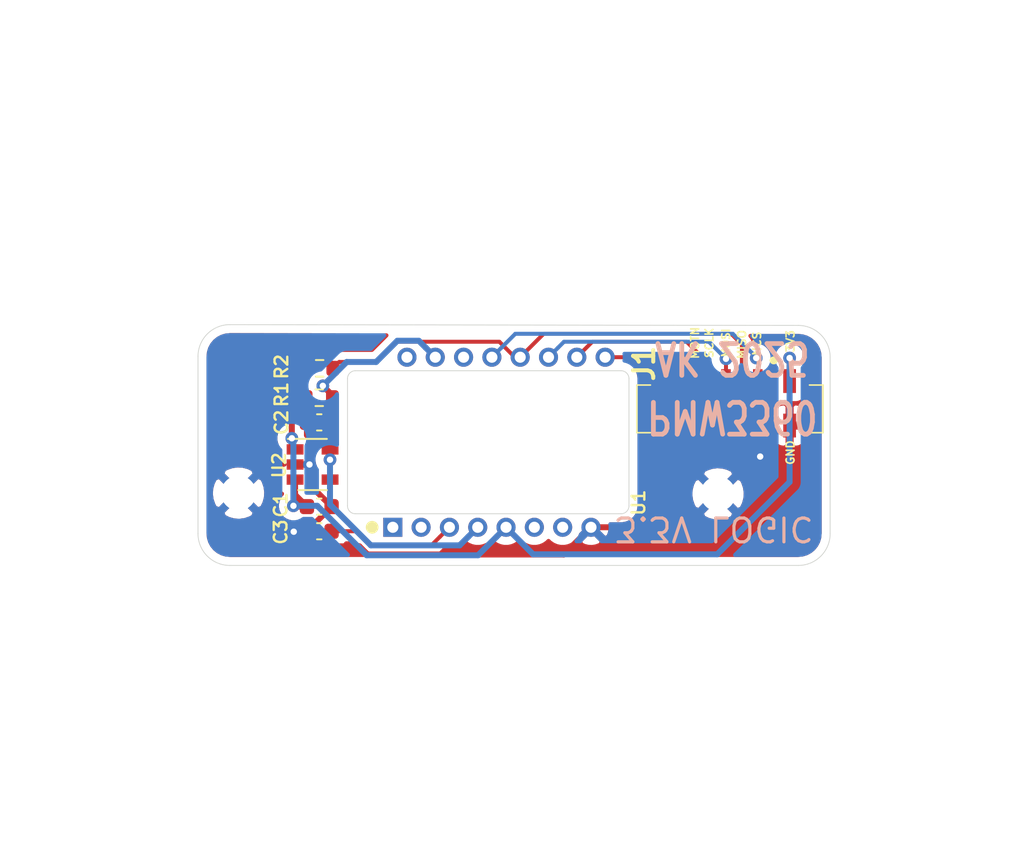
<source format=kicad_pcb>
(kicad_pcb (version 20171130) (host pcbnew "(5.1.4)-1")

  (general
    (thickness 1.6)
    (drawings 28)
    (tracks 111)
    (zones 0)
    (modules 10)
    (nets 11)
  )

  (page A4)
  (layers
    (0 F.Cu signal)
    (31 B.Cu signal)
    (32 B.Adhes user)
    (33 F.Adhes user)
    (34 B.Paste user)
    (35 F.Paste user)
    (36 B.SilkS user)
    (37 F.SilkS user)
    (38 B.Mask user)
    (39 F.Mask user)
    (40 Dwgs.User user)
    (41 Cmts.User user)
    (42 Eco1.User user)
    (43 Eco2.User user)
    (44 Edge.Cuts user)
    (45 Margin user)
    (46 B.CrtYd user)
    (47 F.CrtYd user)
    (48 B.Fab user hide)
    (49 F.Fab user hide)
  )

  (setup
    (last_trace_width 0.25)
    (trace_clearance 0.25)
    (zone_clearance 0.508)
    (zone_45_only no)
    (trace_min 0.2)
    (via_size 0.8)
    (via_drill 0.4)
    (via_min_size 0.4)
    (via_min_drill 0.3)
    (uvia_size 0.3)
    (uvia_drill 0.1)
    (uvias_allowed no)
    (uvia_min_size 0.2)
    (uvia_min_drill 0.1)
    (edge_width 0.05)
    (segment_width 0.2)
    (pcb_text_width 0.3)
    (pcb_text_size 1.5 1.5)
    (mod_edge_width 0.12)
    (mod_text_size 1 1)
    (mod_text_width 0.15)
    (pad_size 1.524 1.524)
    (pad_drill 0.762)
    (pad_to_mask_clearance 0)
    (aux_axis_origin 0 0)
    (grid_origin 171.95 108.05)
    (visible_elements 7FFFFFFF)
    (pcbplotparams
      (layerselection 0x010fc_ffffffff)
      (usegerberextensions true)
      (usegerberattributes true)
      (usegerberadvancedattributes false)
      (creategerberjobfile false)
      (excludeedgelayer true)
      (linewidth 0.100000)
      (plotframeref false)
      (viasonmask false)
      (mode 1)
      (useauxorigin false)
      (hpglpennumber 1)
      (hpglpenspeed 20)
      (hpglpendiameter 15.000000)
      (psnegative false)
      (psa4output false)
      (plotreference true)
      (plotvalue false)
      (plotinvisibletext false)
      (padsonsilk false)
      (subtractmaskfromsilk true)
      (outputformat 1)
      (mirror false)
      (drillshape 0)
      (scaleselection 1)
      (outputdirectory "./"))
  )

  (net 0 "")
  (net 1 +3V3)
  (net 2 GND)
  (net 3 +1V8)
  (net 4 "Net-(C3-Pad1)")
  (net 5 MOTION)
  (net 6 SCLK)
  (net 7 MOSI)
  (net 8 MISO)
  (net 9 NCS)
  (net 10 "Net-(R1-Pad2)")

  (net_class Default "This is the default net class."
    (clearance 0.25)
    (trace_width 0.25)
    (via_dia 0.8)
    (via_drill 0.4)
    (uvia_dia 0.3)
    (uvia_drill 0.1)
    (add_net MISO)
    (add_net MOSI)
    (add_net MOTION)
    (add_net NCS)
    (add_net "Net-(C3-Pad1)")
    (add_net SCLK)
  )

  (net_class power ""
    (clearance 0.25)
    (trace_width 0.375)
    (via_dia 0.8)
    (via_drill 0.4)
    (uvia_dia 0.3)
    (uvia_drill 0.1)
    (add_net +1V8)
    (add_net +3V3)
    (add_net GND)
    (add_net "Net-(R1-Pad2)")
  )

  (module MountingHole:MountingHole_2.2mm_M2 locked (layer F.Cu) (tedit 56D1B4CB) (tstamp 681B276B)
    (at 143.7 108.05)
    (descr "Mounting Hole 2.2mm, no annular, M2")
    (tags "mounting hole 2.2mm no annular m2")
    (path /681DA1FA)
    (attr virtual)
    (fp_text reference H2 (at 0 -3.2) (layer F.SilkS) hide
      (effects (font (size 1 1) (thickness 0.15)))
    )
    (fp_text value MountingHole_Pad (at 0 3.2) (layer F.Fab)
      (effects (font (size 1 1) (thickness 0.15)))
    )
    (fp_circle (center 0 0) (end 2.45 0) (layer F.CrtYd) (width 0.05))
    (fp_circle (center 0 0) (end 2.2 0) (layer Cmts.User) (width 0.15))
    (fp_text user %R (at 0.3 0) (layer F.Fab)
      (effects (font (size 1 1) (thickness 0.15)))
    )
    (pad 1 np_thru_hole circle (at 0 0) (size 2.2 2.2) (drill 2.2) (layers *.Cu *.Mask)
      (net 2 GND))
  )

  (module MountingHole:MountingHole_2.2mm_M2 locked (layer F.Cu) (tedit 56D1B4CB) (tstamp 681B15D4)
    (at 173.85 108.1)
    (descr "Mounting Hole 2.2mm, no annular, M2")
    (tags "mounting hole 2.2mm no annular m2")
    (path /681D9709)
    (attr virtual)
    (fp_text reference H1 (at 2.65 0.1) (layer F.SilkS) hide
      (effects (font (size 1 1) (thickness 0.15)))
    )
    (fp_text value MountingHole_Pad (at 0 3.2) (layer F.Fab)
      (effects (font (size 1 1) (thickness 0.15)))
    )
    (fp_circle (center 0 0) (end 2.45 0) (layer F.CrtYd) (width 0.05))
    (fp_circle (center 0 0) (end 2.2 0) (layer Cmts.User) (width 0.15))
    (fp_text user %R (at 0.3 0) (layer F.Fab)
      (effects (font (size 1 1) (thickness 0.15)))
    )
    (pad 1 np_thru_hole circle (at 0 0) (size 2.2 2.2) (drill 2.2) (layers *.Cu *.Mask)
      (net 2 GND))
  )

  (module 52559-1233:525591233 locked (layer F.Cu) (tedit 634B4C29) (tstamp 681B1242)
    (at 174.6 102.4 180)
    (descr 52559-1233-1)
    (tags Connector)
    (path /61204584)
    (attr smd)
    (fp_text reference J1 (at 5.4 2.5 90) (layer F.SilkS)
      (effects (font (size 1.27 1.27) (thickness 0.254)))
    )
    (fp_text value Conn_01x07 (at 0 0.3) (layer F.SilkS) hide
      (effects (font (size 1.27 1.27) (thickness 0.254)))
    )
    (fp_arc (start -2.75 2.7) (end -2.8 2.7) (angle -180) (layer F.SilkS) (width 0.4))
    (fp_arc (start -2.75 2.7) (end -2.7 2.7) (angle -180) (layer F.SilkS) (width 0.4))
    (fp_line (start -2.8 2.7) (end -2.8 2.7) (layer F.SilkS) (width 0.4))
    (fp_line (start -2.7 2.7) (end -2.7 2.7) (layer F.SilkS) (width 0.4))
    (fp_line (start 5.85 1.15) (end 5 1.15) (layer F.SilkS) (width 0.1))
    (fp_line (start 5.85 -1.85) (end 5.85 1.15) (layer F.SilkS) (width 0.1))
    (fp_line (start 5 -1.85) (end 5.85 -1.85) (layer F.SilkS) (width 0.1))
    (fp_line (start -5.85 1.15) (end -5 1.15) (layer F.SilkS) (width 0.1))
    (fp_line (start -5.85 -1.85) (end -5.85 1.15) (layer F.SilkS) (width 0.1))
    (fp_line (start -5 -1.85) (end -5.85 -1.85) (layer F.SilkS) (width 0.1))
    (fp_line (start -6.85 3.75) (end -6.85 -3.15) (layer Dwgs.User) (width 0.1))
    (fp_line (start 6.85 3.75) (end -6.85 3.75) (layer Dwgs.User) (width 0.1))
    (fp_line (start 6.85 -3.15) (end 6.85 3.75) (layer Dwgs.User) (width 0.1))
    (fp_line (start -6.85 -3.15) (end 6.85 -3.15) (layer Dwgs.User) (width 0.1))
    (fp_line (start -5.85 1.15) (end -5.85 -1.85) (layer Dwgs.User) (width 0.2))
    (fp_line (start 5.85 1.15) (end -5.85 1.15) (layer Dwgs.User) (width 0.2))
    (fp_line (start 5.85 -1.85) (end 5.85 1.15) (layer Dwgs.User) (width 0.2))
    (fp_line (start -5.85 -1.85) (end 5.85 -1.85) (layer Dwgs.User) (width 0.2))
    (pad MP4 smd rect (at 3.75 -1.4 180) (size 0.8 1.5) (layers F.Cu F.Paste F.Mask))
    (pad MP3 smd rect (at 3.75 1.4 180) (size 0.8 1.5) (layers F.Cu F.Paste F.Mask))
    (pad MP2 smd rect (at -3.75 -1.4 180) (size 0.8 1.5) (layers F.Cu F.Paste F.Mask)
      (net 2 GND))
    (pad MP1 smd rect (at -3.75 1.4 180) (size 0.8 1.5) (layers F.Cu F.Paste F.Mask)
      (net 1 +3V3))
    (pad 12 smd rect (at 2.75 -1.4 180) (size 0.6 1.5) (layers F.Cu F.Paste F.Mask))
    (pad 11 smd rect (at 2.25 1.4 180) (size 0.6 1.5) (layers F.Cu F.Paste F.Mask)
      (net 5 MOTION))
    (pad 10 smd rect (at 1.75 -1.4 180) (size 0.6 1.5) (layers F.Cu F.Paste F.Mask))
    (pad 9 smd rect (at 1.25 1.4 180) (size 0.6 1.5) (layers F.Cu F.Paste F.Mask)
      (net 6 SCLK))
    (pad 8 smd rect (at 0.75 -1.4 180) (size 0.6 1.5) (layers F.Cu F.Paste F.Mask))
    (pad 7 smd rect (at 0.25 1.4 180) (size 0.6 1.5) (layers F.Cu F.Paste F.Mask)
      (net 7 MOSI))
    (pad 6 smd rect (at -0.25 -1.4 180) (size 0.6 1.5) (layers F.Cu F.Paste F.Mask))
    (pad 5 smd rect (at -0.75 1.4 180) (size 0.6 1.5) (layers F.Cu F.Paste F.Mask)
      (net 8 MISO))
    (pad 4 smd rect (at -1.25 -1.4 180) (size 0.6 1.5) (layers F.Cu F.Paste F.Mask))
    (pad 3 smd rect (at -1.75 1.4 180) (size 0.6 1.5) (layers F.Cu F.Paste F.Mask)
      (net 9 NCS))
    (pad 2 smd rect (at -2.25 -1.4 180) (size 0.6 1.5) (layers F.Cu F.Paste F.Mask))
    (pad 1 smd rect (at -2.75 1.4 180) (size 0.6 1.5) (layers F.Cu F.Paste F.Mask))
  )

  (module PMW3360:PMW3360 (layer F.Cu) (tedit 615E26BB) (tstamp 681AF0FA)
    (at 153.4 110.2 90)
    (path /611FD0E7)
    (fp_text reference U1 (at 1.55 15.45 90) (layer F.SilkS)
      (effects (font (size 0.8 0.8) (thickness 0.15)))
    )
    (fp_text value PMW3360 (at 5.35 13.375 90) (layer F.Fab)
      (effects (font (size 1 1) (thickness 0.15)))
    )
    (fp_line (start 4.35 5.66) (end 6.35 5.66) (layer Dwgs.User) (width 0.12))
    (fp_line (start 5.35 4.66) (end 5.35 6.66) (layer Dwgs.User) (width 0.12))
    (fp_circle (center 0 -1.3) (end 0.2 -1.3) (layer F.SilkS) (width 0.4))
    (fp_line (start 14.775 1.84) (end 14.775 8.89) (layer B.CrtYd) (width 0.05))
    (fp_line (start 2.975 15.94) (end 7.725 15.94) (layer B.CrtYd) (width 0.05))
    (fp_line (start -4.075 1.84) (end -4.075 8.89) (layer B.CrtYd) (width 0.05))
    (fp_line (start 2.975 -5.21) (end 7.725 -5.21) (layer B.CrtYd) (width 0.05))
    (fp_line (start 1.05 -2.78) (end 9.65 -2.78) (layer Dwgs.User) (width 0.12))
    (fp_line (start 9.65 -2.78) (end 9.65 14.48) (layer Dwgs.User) (width 0.12))
    (fp_line (start 1.05 14.48) (end 9.65 14.48) (layer Dwgs.User) (width 0.12))
    (fp_line (start 1.05 -2.78) (end 1.05 14.48) (layer Dwgs.User) (width 0.12))
    (fp_arc (start 2.975 8.89) (end -4.075 8.89) (angle -90) (layer B.CrtYd) (width 0.05))
    (fp_arc (start 2.975 1.84) (end -4.075 1.84) (angle 90) (layer B.CrtYd) (width 0.05))
    (fp_arc (start 7.725 1.84) (end 14.775 1.84) (angle -90) (layer B.CrtYd) (width 0.05))
    (fp_arc (start 7.725 8.89) (end 14.775 8.89) (angle 90) (layer B.CrtYd) (width 0.05))
    (pad 9 thru_hole circle (at 10.7 13.35 90) (size 1.2 1.2) (drill 0.7) (layers *.Cu *.Mask)
      (net 5 MOTION))
    (pad 10 thru_hole circle (at 10.7 11.57 90) (size 1.2 1.2) (drill 0.7) (layers *.Cu *.Mask)
      (net 6 SCLK))
    (pad 11 thru_hole circle (at 10.7 9.79 90) (size 1.2 1.2) (drill 0.7) (layers *.Cu *.Mask)
      (net 7 MOSI))
    (pad 12 thru_hole circle (at 10.7 8.01 90) (size 1.2 1.2) (drill 0.7) (layers *.Cu *.Mask)
      (net 8 MISO))
    (pad 13 thru_hole circle (at 10.7 6.23 90) (size 1.2 1.2) (drill 0.7) (layers *.Cu *.Mask)
      (net 9 NCS))
    (pad 14 thru_hole circle (at 10.7 4.45 90) (size 1.2 1.2) (drill 0.7) (layers *.Cu *.Mask))
    (pad 15 thru_hole circle (at 10.7 2.67 90) (size 1.2 1.2) (drill 0.7) (layers *.Cu *.Mask)
      (net 10 "Net-(R1-Pad2)"))
    (pad 16 thru_hole circle (at 10.7 0.89 90) (size 1.2 1.2) (drill 0.7) (layers *.Cu *.Mask))
    (pad 8 thru_hole circle (at 0 12.46 90) (size 1.2 1.2) (drill 0.7) (layers *.Cu *.Mask)
      (net 2 GND))
    (pad 7 thru_hole circle (at 0 10.68 90) (size 1.2 1.2) (drill 0.7) (layers *.Cu *.Mask))
    (pad 6 thru_hole circle (at 0 8.9 90) (size 1.2 1.2) (drill 0.7) (layers *.Cu *.Mask))
    (pad 5 thru_hole circle (at 0 7.12 90) (size 1.2 1.2) (drill 0.7) (layers *.Cu *.Mask)
      (net 1 +3V3))
    (pad 4 thru_hole circle (at 0 5.34 90) (size 1.2 1.2) (drill 0.7) (layers *.Cu *.Mask)
      (net 3 +1V8))
    (pad 3 thru_hole circle (at 0 3.56 90) (size 1.2 1.2) (drill 0.7) (layers *.Cu *.Mask)
      (net 4 "Net-(C3-Pad1)"))
    (pad 2 thru_hole circle (at 0 1.78 90) (size 1.2 1.2) (drill 0.7) (layers *.Cu *.Mask))
    (pad 1 thru_hole rect (at 0 0 90) (size 1.2 1.2) (drill 0.7) (layers *.Cu *.Mask))
  )

  (module Package_TO_SOT_SMD:SOT-23-5 (layer F.Cu) (tedit 5A02FF57) (tstamp 681AF2E9)
    (at 148.355 106.25)
    (descr "5-pin SOT23 package")
    (tags SOT-23-5)
    (path /61202164)
    (attr smd)
    (fp_text reference U2 (at -2.105 0.05 90) (layer F.SilkS)
      (effects (font (size 0.8 0.8) (thickness 0.15)))
    )
    (fp_text value TCR2EF19 (at 0 2.9) (layer F.Fab)
      (effects (font (size 1 1) (thickness 0.15)))
    )
    (fp_line (start -0.9 1.61) (end 0.9 1.61) (layer F.SilkS) (width 0.12))
    (fp_line (start 0.9 -1.61) (end -1.55 -1.61) (layer F.SilkS) (width 0.12))
    (fp_line (start -1.9 -1.8) (end 1.9 -1.8) (layer F.CrtYd) (width 0.05))
    (fp_line (start 1.9 -1.8) (end 1.9 1.8) (layer F.CrtYd) (width 0.05))
    (fp_line (start 1.9 1.8) (end -1.9 1.8) (layer F.CrtYd) (width 0.05))
    (fp_line (start -1.9 1.8) (end -1.9 -1.8) (layer F.CrtYd) (width 0.05))
    (fp_line (start -0.9 -0.9) (end -0.25 -1.55) (layer F.Fab) (width 0.1))
    (fp_line (start 0.9 -1.55) (end -0.25 -1.55) (layer F.Fab) (width 0.1))
    (fp_line (start -0.9 -0.9) (end -0.9 1.55) (layer F.Fab) (width 0.1))
    (fp_line (start 0.9 1.55) (end -0.9 1.55) (layer F.Fab) (width 0.1))
    (fp_line (start 0.9 -1.55) (end 0.9 1.55) (layer F.Fab) (width 0.1))
    (fp_text user %R (at 0 0 -270) (layer F.Fab)
      (effects (font (size 0.5 0.5) (thickness 0.075)))
    )
    (pad 5 smd rect (at 1.1 -0.95) (size 1.06 0.65) (layers F.Cu F.Paste F.Mask)
      (net 3 +1V8))
    (pad 4 smd rect (at 1.1 0.95) (size 1.06 0.65) (layers F.Cu F.Paste F.Mask))
    (pad 3 smd rect (at -1.1 0.95) (size 1.06 0.65) (layers F.Cu F.Paste F.Mask)
      (net 1 +3V3))
    (pad 2 smd rect (at -1.1 0) (size 1.06 0.65) (layers F.Cu F.Paste F.Mask)
      (net 2 GND))
    (pad 1 smd rect (at -1.1 -0.95) (size 1.06 0.65) (layers F.Cu F.Paste F.Mask)
      (net 1 +3V3))
    (model ${KISYS3DMOD}/Package_TO_SOT_SMD.3dshapes/SOT-23-5.wrl
      (at (xyz 0 0 0))
      (scale (xyz 1 1 1))
      (rotate (xyz 0 0 0))
    )
  )

  (module Resistor_SMD:R_0603_1608Metric (layer F.Cu) (tedit 5F68FEEE) (tstamp 681B05E3)
    (at 148.8 100.2)
    (descr "Resistor SMD 0603 (1608 Metric), square (rectangular) end terminal, IPC_7351 nominal, (Body size source: IPC-SM-782 page 72, https://www.pcb-3d.com/wordpress/wp-content/uploads/ipc-sm-782a_amendment_1_and_2.pdf), generated with kicad-footprint-generator")
    (tags resistor)
    (path /612233B2)
    (attr smd)
    (fp_text reference R2 (at -2.4 -0.1 90) (layer F.SilkS)
      (effects (font (size 0.8 0.8) (thickness 0.15)))
    )
    (fp_text value 10k (at 0 1.43) (layer F.Fab)
      (effects (font (size 1 1) (thickness 0.15)))
    )
    (fp_line (start -0.8 0.4125) (end -0.8 -0.4125) (layer F.Fab) (width 0.1))
    (fp_line (start -0.8 -0.4125) (end 0.8 -0.4125) (layer F.Fab) (width 0.1))
    (fp_line (start 0.8 -0.4125) (end 0.8 0.4125) (layer F.Fab) (width 0.1))
    (fp_line (start 0.8 0.4125) (end -0.8 0.4125) (layer F.Fab) (width 0.1))
    (fp_line (start -0.237258 -0.5225) (end 0.237258 -0.5225) (layer F.SilkS) (width 0.12))
    (fp_line (start -0.237258 0.5225) (end 0.237258 0.5225) (layer F.SilkS) (width 0.12))
    (fp_line (start -1.48 0.73) (end -1.48 -0.73) (layer F.CrtYd) (width 0.05))
    (fp_line (start -1.48 -0.73) (end 1.48 -0.73) (layer F.CrtYd) (width 0.05))
    (fp_line (start 1.48 -0.73) (end 1.48 0.73) (layer F.CrtYd) (width 0.05))
    (fp_line (start 1.48 0.73) (end -1.48 0.73) (layer F.CrtYd) (width 0.05))
    (fp_text user %R (at 0 0) (layer F.Fab)
      (effects (font (size 0.4 0.4) (thickness 0.06)))
    )
    (pad 2 smd roundrect (at 0.825 0) (size 0.8 0.95) (layers F.Cu F.Paste F.Mask) (roundrect_rratio 0.25)
      (net 8 MISO))
    (pad 1 smd roundrect (at -0.825 0) (size 0.8 0.95) (layers F.Cu F.Paste F.Mask) (roundrect_rratio 0.25)
      (net 1 +3V3))
    (model ${KISYS3DMOD}/Resistor_SMD.3dshapes/R_0603_1608Metric.wrl
      (at (xyz 0 0 0))
      (scale (xyz 1 1 1))
      (rotate (xyz 0 0 0))
    )
  )

  (module Resistor_SMD:R_0603_1608Metric (layer F.Cu) (tedit 5F68FEEE) (tstamp 681B0893)
    (at 148.775 102.05)
    (descr "Resistor SMD 0603 (1608 Metric), square (rectangular) end terminal, IPC_7351 nominal, (Body size source: IPC-SM-782 page 72, https://www.pcb-3d.com/wordpress/wp-content/uploads/ipc-sm-782a_amendment_1_and_2.pdf), generated with kicad-footprint-generator")
    (tags resistor)
    (path /61226765)
    (attr smd)
    (fp_text reference R1 (at -2.375 -0.2 90) (layer F.SilkS)
      (effects (font (size 0.8 0.8) (thickness 0.15)))
    )
    (fp_text value 39 (at 0 1.43) (layer F.Fab)
      (effects (font (size 1 1) (thickness 0.15)))
    )
    (fp_line (start -0.8 0.4125) (end -0.8 -0.4125) (layer F.Fab) (width 0.1))
    (fp_line (start -0.8 -0.4125) (end 0.8 -0.4125) (layer F.Fab) (width 0.1))
    (fp_line (start 0.8 -0.4125) (end 0.8 0.4125) (layer F.Fab) (width 0.1))
    (fp_line (start 0.8 0.4125) (end -0.8 0.4125) (layer F.Fab) (width 0.1))
    (fp_line (start -0.237258 -0.5225) (end 0.237258 -0.5225) (layer F.SilkS) (width 0.12))
    (fp_line (start -0.237258 0.5225) (end 0.237258 0.5225) (layer F.SilkS) (width 0.12))
    (fp_line (start -1.48 0.73) (end -1.48 -0.73) (layer F.CrtYd) (width 0.05))
    (fp_line (start -1.48 -0.73) (end 1.48 -0.73) (layer F.CrtYd) (width 0.05))
    (fp_line (start 1.48 -0.73) (end 1.48 0.73) (layer F.CrtYd) (width 0.05))
    (fp_line (start 1.48 0.73) (end -1.48 0.73) (layer F.CrtYd) (width 0.05))
    (fp_text user %R (at 0 0) (layer F.Fab)
      (effects (font (size 0.4 0.4) (thickness 0.06)))
    )
    (pad 2 smd roundrect (at 0.825 0) (size 0.8 0.95) (layers F.Cu F.Paste F.Mask) (roundrect_rratio 0.25)
      (net 10 "Net-(R1-Pad2)"))
    (pad 1 smd roundrect (at -0.825 0) (size 0.8 0.95) (layers F.Cu F.Paste F.Mask) (roundrect_rratio 0.25)
      (net 3 +1V8))
    (model ${KISYS3DMOD}/Resistor_SMD.3dshapes/R_0603_1608Metric.wrl
      (at (xyz 0 0 0))
      (scale (xyz 1 1 1))
      (rotate (xyz 0 0 0))
    )
  )

  (module Capacitor_SMD:C_0603_1608Metric (layer F.Cu) (tedit 5F68FEEE) (tstamp 612088DB)
    (at 148.775 110.45 180)
    (descr "Capacitor SMD 0603 (1608 Metric), square (rectangular) end terminal, IPC_7351 nominal, (Body size source: IPC-SM-782 page 76, https://www.pcb-3d.com/wordpress/wp-content/uploads/ipc-sm-782a_amendment_1_and_2.pdf), generated with kicad-footprint-generator")
    (tags capacitor)
    (path /6120E816)
    (attr smd)
    (fp_text reference C3 (at 2.425 -0.05 270) (layer F.SilkS)
      (effects (font (size 0.8 0.8) (thickness 0.15)))
    )
    (fp_text value 4.7u (at 0 1.43) (layer F.Fab)
      (effects (font (size 1 1) (thickness 0.15)))
    )
    (fp_line (start -0.8 0.4) (end -0.8 -0.4) (layer F.Fab) (width 0.1))
    (fp_line (start -0.8 -0.4) (end 0.8 -0.4) (layer F.Fab) (width 0.1))
    (fp_line (start 0.8 -0.4) (end 0.8 0.4) (layer F.Fab) (width 0.1))
    (fp_line (start 0.8 0.4) (end -0.8 0.4) (layer F.Fab) (width 0.1))
    (fp_line (start -0.14058 -0.51) (end 0.14058 -0.51) (layer F.SilkS) (width 0.12))
    (fp_line (start -0.14058 0.51) (end 0.14058 0.51) (layer F.SilkS) (width 0.12))
    (fp_line (start -1.48 0.73) (end -1.48 -0.73) (layer F.CrtYd) (width 0.05))
    (fp_line (start -1.48 -0.73) (end 1.48 -0.73) (layer F.CrtYd) (width 0.05))
    (fp_line (start 1.48 -0.73) (end 1.48 0.73) (layer F.CrtYd) (width 0.05))
    (fp_line (start 1.48 0.73) (end -1.48 0.73) (layer F.CrtYd) (width 0.05))
    (fp_text user %R (at 0 0) (layer F.Fab)
      (effects (font (size 0.4 0.4) (thickness 0.06)))
    )
    (pad 2 smd roundrect (at 0.775 0 180) (size 0.9 0.95) (layers F.Cu F.Paste F.Mask) (roundrect_rratio 0.25)
      (net 2 GND))
    (pad 1 smd roundrect (at -0.775 0 180) (size 0.9 0.95) (layers F.Cu F.Paste F.Mask) (roundrect_rratio 0.25)
      (net 4 "Net-(C3-Pad1)"))
    (model ${KISYS3DMOD}/Capacitor_SMD.3dshapes/C_0603_1608Metric.wrl
      (at (xyz 0 0 0))
      (scale (xyz 1 1 1))
      (rotate (xyz 0 0 0))
    )
  )

  (module Capacitor_SMD:C_0603_1608Metric (layer F.Cu) (tedit 5F68FEEE) (tstamp 681AF6F0)
    (at 148.775 103.6 180)
    (descr "Capacitor SMD 0603 (1608 Metric), square (rectangular) end terminal, IPC_7351 nominal, (Body size source: IPC-SM-782 page 76, https://www.pcb-3d.com/wordpress/wp-content/uploads/ipc-sm-782a_amendment_1_and_2.pdf), generated with kicad-footprint-generator")
    (tags capacitor)
    (path /6120771D)
    (attr smd)
    (fp_text reference C2 (at 2.375 0 270) (layer F.SilkS)
      (effects (font (size 0.8 0.8) (thickness 0.15)))
    )
    (fp_text value 1u (at 0 1.43) (layer F.Fab)
      (effects (font (size 1 1) (thickness 0.15)))
    )
    (fp_line (start -0.8 0.4) (end -0.8 -0.4) (layer F.Fab) (width 0.1))
    (fp_line (start -0.8 -0.4) (end 0.8 -0.4) (layer F.Fab) (width 0.1))
    (fp_line (start 0.8 -0.4) (end 0.8 0.4) (layer F.Fab) (width 0.1))
    (fp_line (start 0.8 0.4) (end -0.8 0.4) (layer F.Fab) (width 0.1))
    (fp_line (start -0.14058 -0.51) (end 0.14058 -0.51) (layer F.SilkS) (width 0.12))
    (fp_line (start -0.14058 0.51) (end 0.14058 0.51) (layer F.SilkS) (width 0.12))
    (fp_line (start -1.48 0.73) (end -1.48 -0.73) (layer F.CrtYd) (width 0.05))
    (fp_line (start -1.48 -0.73) (end 1.48 -0.73) (layer F.CrtYd) (width 0.05))
    (fp_line (start 1.48 -0.73) (end 1.48 0.73) (layer F.CrtYd) (width 0.05))
    (fp_line (start 1.48 0.73) (end -1.48 0.73) (layer F.CrtYd) (width 0.05))
    (fp_text user %R (at 0 0) (layer F.Fab)
      (effects (font (size 0.4 0.4) (thickness 0.06)))
    )
    (pad 2 smd roundrect (at 0.775 0 180) (size 0.9 0.95) (layers F.Cu F.Paste F.Mask) (roundrect_rratio 0.25)
      (net 2 GND))
    (pad 1 smd roundrect (at -0.775 0 180) (size 0.9 0.95) (layers F.Cu F.Paste F.Mask) (roundrect_rratio 0.25)
      (net 3 +1V8))
    (model ${KISYS3DMOD}/Capacitor_SMD.3dshapes/C_0603_1608Metric.wrl
      (at (xyz 0 0 0))
      (scale (xyz 1 1 1))
      (rotate (xyz 0 0 0))
    )
  )

  (module Capacitor_SMD:C_0603_1608Metric (layer F.Cu) (tedit 5F68FEEE) (tstamp 61219B75)
    (at 148.775 108.9 180)
    (descr "Capacitor SMD 0603 (1608 Metric), square (rectangular) end terminal, IPC_7351 nominal, (Body size source: IPC-SM-782 page 76, https://www.pcb-3d.com/wordpress/wp-content/uploads/ipc-sm-782a_amendment_1_and_2.pdf), generated with kicad-footprint-generator")
    (tags capacitor)
    (path /61207B3F)
    (attr smd)
    (fp_text reference C1 (at 2.425 0.1 90) (layer F.SilkS)
      (effects (font (size 0.8 0.8) (thickness 0.15)))
    )
    (fp_text value 0.1u (at 0 1.43) (layer F.Fab)
      (effects (font (size 1 1) (thickness 0.15)))
    )
    (fp_line (start -0.8 0.4) (end -0.8 -0.4) (layer F.Fab) (width 0.1))
    (fp_line (start -0.8 -0.4) (end 0.8 -0.4) (layer F.Fab) (width 0.1))
    (fp_line (start 0.8 -0.4) (end 0.8 0.4) (layer F.Fab) (width 0.1))
    (fp_line (start 0.8 0.4) (end -0.8 0.4) (layer F.Fab) (width 0.1))
    (fp_line (start -0.14058 -0.51) (end 0.14058 -0.51) (layer F.SilkS) (width 0.12))
    (fp_line (start -0.14058 0.51) (end 0.14058 0.51) (layer F.SilkS) (width 0.12))
    (fp_line (start -1.48 0.73) (end -1.48 -0.73) (layer F.CrtYd) (width 0.05))
    (fp_line (start -1.48 -0.73) (end 1.48 -0.73) (layer F.CrtYd) (width 0.05))
    (fp_line (start 1.48 -0.73) (end 1.48 0.73) (layer F.CrtYd) (width 0.05))
    (fp_line (start 1.48 0.73) (end -1.48 0.73) (layer F.CrtYd) (width 0.05))
    (fp_text user %R (at 0 0) (layer F.Fab)
      (effects (font (size 0.4 0.4) (thickness 0.06)))
    )
    (pad 2 smd roundrect (at 0.775 0 180) (size 0.9 0.95) (layers F.Cu F.Paste F.Mask) (roundrect_rratio 0.25)
      (net 1 +3V3))
    (pad 1 smd roundrect (at -0.775 0 180) (size 0.9 0.95) (layers F.Cu F.Paste F.Mask) (roundrect_rratio 0.25)
      (net 2 GND))
    (model ${KISYS3DMOD}/Capacitor_SMD.3dshapes/C_0603_1608Metric.wrl
      (at (xyz 0 0 0))
      (scale (xyz 1 1 1))
      (rotate (xyz 0 0 0))
    )
  )

  (gr_text PMW3360 (at 174.75 103.25 180) (layer B.SilkS) (tstamp 681B2BC1)
    (effects (font (size 2 1.5) (thickness 0.3)) (justify mirror))
  )
  (gr_text "3.3V LOGIC" (at 173.6 110.3 180) (layer B.SilkS)
    (effects (font (size 1.5 1.5) (thickness 0.2)) (justify mirror))
  )
  (gr_text "AK 2025" (at 174.75 99.55 180) (layer B.SilkS)
    (effects (font (size 2 1.5) (thickness 0.3)) (justify mirror))
  )
  (dimension 22 (width 0.15) (layer Cmts.User)
    (gr_text "22,000 mm" (at 186.65 104.65 90) (layer Cmts.User)
      (effects (font (size 1 1) (thickness 0.15)))
    )
    (feature1 (pts (xy 183.35 93.65) (xy 185.936421 93.65)))
    (feature2 (pts (xy 183.35 115.65) (xy 185.936421 115.65)))
    (crossbar (pts (xy 185.35 115.65) (xy 185.35 93.65)))
    (arrow1a (pts (xy 185.35 93.65) (xy 185.936421 94.776504)))
    (arrow1b (pts (xy 185.35 93.65) (xy 184.763579 94.776504)))
    (arrow2a (pts (xy 185.35 115.65) (xy 185.936421 114.523496)))
    (arrow2b (pts (xy 185.35 115.65) (xy 184.763579 114.523496)))
  )
  (dimension 34 (width 0.15) (layer Cmts.User)
    (gr_text "34,000 mm" (at 156.15 90.55) (layer Cmts.User)
      (effects (font (size 1 1) (thickness 0.15)))
    )
    (feature1 (pts (xy 173.15 93.85) (xy 173.15 91.263579)))
    (feature2 (pts (xy 139.15 93.85) (xy 139.15 91.263579)))
    (crossbar (pts (xy 139.15 91.85) (xy 173.15 91.85)))
    (arrow1a (pts (xy 173.15 91.85) (xy 172.023496 92.436421)))
    (arrow1b (pts (xy 173.15 91.85) (xy 172.023496 91.263579)))
    (arrow2a (pts (xy 139.15 91.85) (xy 140.276504 92.436421)))
    (arrow2b (pts (xy 139.15 91.85) (xy 140.276504 91.263579)))
  )
  (gr_text NCS (at 176.3 98.65 90) (layer F.SilkS) (tstamp 6121867A)
    (effects (font (size 0.5 0.5) (thickness 0.1)))
  )
  (gr_text 3V3 (at 178.4 98.5 90) (layer F.SilkS) (tstamp 61218679)
    (effects (font (size 0.5 0.5) (thickness 0.1)))
  )
  (gr_text GND (at 178.4 105.5 90) (layer F.SilkS) (tstamp 61218678)
    (effects (font (size 0.5 0.5) (thickness 0.1)))
  )
  (gr_text MOSI (at 174.35 98.6 90) (layer F.SilkS) (tstamp 61218677)
    (effects (font (size 0.5 0.5) (thickness 0.1)))
  )
  (gr_text MISO (at 175.35 98.7 90) (layer F.SilkS) (tstamp 61218676)
    (effects (font (size 0.5 0.5) (thickness 0.1)))
  )
  (gr_text MOTN (at 172.4 98.6 90) (layer F.SilkS) (tstamp 61218675)
    (effects (font (size 0.5 0.5) (thickness 0.1)))
  )
  (gr_text SCLK (at 173.3 98.6 90) (layer F.SilkS) (tstamp 61218674)
    (effects (font (size 0.5 0.5) (thickness 0.1)))
  )
  (gr_arc (start 178.9 110.6) (end 178.9 112.6) (angle -90) (layer Edge.Cuts) (width 0.05))
  (gr_arc (start 178.9 99.5) (end 180.9 99.5) (angle -90) (layer Edge.Cuts) (width 0.05))
  (gr_arc (start 143.15 110.6) (end 141.15 110.6) (angle -90) (layer Edge.Cuts) (width 0.05))
  (gr_arc (start 143.15 99.45) (end 143.15 97.45) (angle -90) (layer Edge.Cuts) (width 0.05))
  (gr_line (start 168.25 100.85) (end 168.25 108.85) (layer Edge.Cuts) (width 0.05) (tstamp 61218CCC))
  (gr_line (start 151.05 100.35) (end 167.75 100.35) (layer Edge.Cuts) (width 0.05) (tstamp 61218CC9))
  (gr_line (start 150.55 108.85) (end 150.55 100.85) (layer Edge.Cuts) (width 0.05) (tstamp 61218D17))
  (gr_line (start 167.75 109.35) (end 151.05 109.35) (layer Edge.Cuts) (width 0.05) (tstamp 61218D1A))
  (gr_arc (start 167.75 108.85) (end 167.75 109.35) (angle -90) (layer Edge.Cuts) (width 0.05) (tstamp 61218D14))
  (gr_arc (start 167.75 100.85) (end 168.25 100.85) (angle -90) (layer Edge.Cuts) (width 0.05) (tstamp 61218D20))
  (gr_arc (start 151.05 100.85) (end 151.05 100.35) (angle -90) (layer Edge.Cuts) (width 0.05) (tstamp 61218D1D))
  (gr_arc (start 151.05 108.85) (end 150.55 108.85) (angle -90) (layer Edge.Cuts) (width 0.05) (tstamp 61218D23))
  (gr_line (start 178.9 112.6) (end 143.15 112.6) (layer Edge.Cuts) (width 0.05) (tstamp 61202E3D))
  (gr_line (start 180.9 99.5) (end 180.9 110.6) (layer Edge.Cuts) (width 0.05))
  (gr_line (start 143.15 97.45) (end 178.9 97.5) (layer Edge.Cuts) (width 0.05))
  (gr_line (start 141.15 110.6) (end 141.15 99.45) (layer Edge.Cuts) (width 0.05))

  (segment (start 147.255 108.155) (end 148 108.9) (width 0.375) (layer F.Cu) (net 1))
  (segment (start 147.255 107.2) (end 147.255 108.155) (width 0.375) (layer F.Cu) (net 1))
  (via (at 147.15 108.85) (size 0.8) (drill 0.4) (layers F.Cu B.Cu) (net 1))
  (segment (start 148 108.9) (end 147.2 108.9) (width 0.375) (layer F.Cu) (net 1))
  (segment (start 147.2 108.9) (end 147.15 108.85) (width 0.375) (layer F.Cu) (net 1))
  (via (at 147.05 104.6) (size 0.8) (drill 0.4) (layers F.Cu B.Cu) (net 1))
  (segment (start 147.255 105.3) (end 147.184315 105.3) (width 0.375) (layer F.Cu) (net 1))
  (segment (start 147.184315 105.3) (end 147.05 105.165685) (width 0.375) (layer F.Cu) (net 1))
  (segment (start 147.05 105.165685) (end 147.05 104.6) (width 0.375) (layer F.Cu) (net 1))
  (segment (start 147.15 104.7) (end 147.05 104.6) (width 0.375) (layer B.Cu) (net 1))
  (segment (start 147.15 108.85) (end 147.15 104.7) (width 0.375) (layer B.Cu) (net 1))
  (via (at 178.35 99.55) (size 0.8) (drill 0.4) (layers F.Cu B.Cu) (net 1))
  (segment (start 178.35 101) (end 178.35 99.55) (width 0.375) (layer F.Cu) (net 1))
  (segment (start 178.35 107.35) (end 178.35 99.55) (width 0.375) (layer B.Cu) (net 1))
  (segment (start 173.8 111.9) (end 178.35 107.35) (width 0.375) (layer B.Cu) (net 1))
  (segment (start 160.52 110.2) (end 162.22 111.9) (width 0.375) (layer B.Cu) (net 1))
  (segment (start 162.22 111.9) (end 173.8 111.9) (width 0.375) (layer B.Cu) (net 1))
  (segment (start 159.920001 110.799999) (end 160.52 110.2) (width 0.375) (layer B.Cu) (net 1))
  (segment (start 158.757489 111.962511) (end 159.920001 110.799999) (width 0.375) (layer B.Cu) (net 1))
  (segment (start 148.65 108.85) (end 151.762511 111.962511) (width 0.375) (layer B.Cu) (net 1))
  (segment (start 151.762511 111.962511) (end 158.757489 111.962511) (width 0.375) (layer B.Cu) (net 1))
  (segment (start 147.15 108.85) (end 148.65 108.85) (width 0.375) (layer B.Cu) (net 1))
  (segment (start 147.05 104.6) (end 147.05 101.35) (width 0.375) (layer F.Cu) (net 1))
  (segment (start 147.05 101.35) (end 147.95 100.45) (width 0.375) (layer F.Cu) (net 1))
  (segment (start 147.255 106.25) (end 148.16 106.25) (width 0.375) (layer F.Cu) (net 2))
  (via (at 148.16 106.25) (size 0.8) (drill 0.4) (layers F.Cu B.Cu) (net 2))
  (segment (start 148 110.45) (end 149.55 108.9) (width 0.375) (layer F.Cu) (net 2))
  (segment (start 148 110.45) (end 147.2 110.45) (width 0.375) (layer F.Cu) (net 2))
  (segment (start 147.2 110.45) (end 147.171091 110.478909) (width 0.375) (layer F.Cu) (net 2))
  (via (at 147.171091 110.478909) (size 0.8) (drill 0.4) (layers F.Cu B.Cu) (net 2))
  (segment (start 148.222501 106.187499) (end 148.16 106.25) (width 0.375) (layer F.Cu) (net 2))
  (segment (start 148.222501 104.624999) (end 148.222501 106.187499) (width 0.375) (layer F.Cu) (net 2))
  (segment (start 148 104.402498) (end 148.222501 104.624999) (width 0.375) (layer F.Cu) (net 2))
  (segment (start 148 103.6) (end 148 104.402498) (width 0.375) (layer F.Cu) (net 2))
  (segment (start 176.2 110.2) (end 178.35 108.05) (width 0.375) (layer F.Cu) (net 2))
  (segment (start 165.86 110.2) (end 172 110.2) (width 0.375) (layer F.Cu) (net 2))
  (segment (start 172 110.2) (end 176.2 110.2) (width 0.375) (layer F.Cu) (net 2))
  (segment (start 149.083306 108.433306) (end 149.55 108.9) (width 0.375) (layer F.Cu) (net 2))
  (segment (start 148.3 107.65) (end 149.083306 108.433306) (width 0.375) (layer F.Cu) (net 2))
  (segment (start 148.16 106.25) (end 148.3 106.39) (width 0.375) (layer F.Cu) (net 2))
  (segment (start 148.3 106.39) (end 148.3 107.65) (width 0.375) (layer F.Cu) (net 2))
  (via (at 176.5 105.75) (size 0.8) (drill 0.4) (layers F.Cu B.Cu) (net 2))
  (segment (start 176.55 105.8) (end 176.5 105.75) (width 0.375) (layer F.Cu) (net 2))
  (segment (start 178.35 105.8) (end 176.55 105.8) (width 0.375) (layer F.Cu) (net 2))
  (segment (start 178.35 105.8) (end 178.35 103.8) (width 0.375) (layer F.Cu) (net 2))
  (segment (start 178.35 108.05) (end 178.35 105.8) (width 0.375) (layer F.Cu) (net 2))
  (segment (start 165.260001 110.799999) (end 165.86 110.2) (width 0.375) (layer F.Cu) (net 2))
  (segment (start 164.14749 111.91251) (end 165.260001 110.799999) (width 0.375) (layer F.Cu) (net 2))
  (segment (start 151.81251 111.91251) (end 164.14749 111.91251) (width 0.375) (layer F.Cu) (net 2))
  (segment (start 151.3 111.4) (end 151.81251 111.91251) (width 0.375) (layer F.Cu) (net 2))
  (segment (start 148.95 111.4) (end 151.3 111.4) (width 0.375) (layer F.Cu) (net 2))
  (segment (start 148 110.45) (end 148.95 111.4) (width 0.375) (layer F.Cu) (net 2))
  (segment (start 171.9 110.1) (end 172 110.2) (width 0.375) (layer F.Cu) (net 2))
  (via (at 149.45 105.95) (size 0.8) (drill 0.4) (layers F.Cu B.Cu) (net 3))
  (segment (start 149.455 105.3) (end 149.455 105.945) (width 0.375) (layer F.Cu) (net 3))
  (segment (start 149.455 105.945) (end 149.45 105.95) (width 0.375) (layer F.Cu) (net 3))
  (segment (start 149.455 103.695) (end 149.55 103.6) (width 0.375) (layer F.Cu) (net 3))
  (segment (start 149.455 105.3) (end 149.455 103.695) (width 0.375) (layer F.Cu) (net 3))
  (segment (start 148 102.05) (end 149.55 103.6) (width 0.375) (layer F.Cu) (net 3))
  (segment (start 147.95 102.05) (end 148 102.05) (width 0.375) (layer F.Cu) (net 3))
  (segment (start 152.021398 111.3375) (end 157.6025 111.3375) (width 0.375) (layer B.Cu) (net 3))
  (segment (start 158.140001 110.799999) (end 158.74 110.2) (width 0.375) (layer B.Cu) (net 3))
  (segment (start 149.45 108.766102) (end 152.021398 111.3375) (width 0.375) (layer B.Cu) (net 3))
  (segment (start 149.45 105.95) (end 149.45 108.766102) (width 0.375) (layer B.Cu) (net 3))
  (segment (start 157.6025 111.3375) (end 158.140001 110.799999) (width 0.375) (layer B.Cu) (net 3))
  (segment (start 151.14551 110.45) (end 152.045509 111.349999) (width 0.25) (layer F.Cu) (net 4))
  (segment (start 152.045509 111.349999) (end 155.810001 111.349999) (width 0.25) (layer F.Cu) (net 4))
  (segment (start 155.810001 111.349999) (end 156.360001 110.799999) (width 0.25) (layer F.Cu) (net 4))
  (segment (start 156.360001 110.799999) (end 156.96 110.2) (width 0.25) (layer F.Cu) (net 4))
  (segment (start 149.55 110.45) (end 151.14551 110.45) (width 0.25) (layer F.Cu) (net 4))
  (segment (start 172.35 100.55) (end 172.35 101) (width 0.25) (layer F.Cu) (net 5))
  (segment (start 171.3 99.5) (end 172.35 100.55) (width 0.25) (layer F.Cu) (net 5))
  (segment (start 166.75 99.5) (end 171.3 99.5) (width 0.25) (layer F.Cu) (net 5))
  (segment (start 165.945001 98.524999) (end 171.874999 98.524999) (width 0.25) (layer F.Cu) (net 6))
  (segment (start 164.97 99.5) (end 165.945001 98.524999) (width 0.25) (layer F.Cu) (net 6))
  (segment (start 171.874999 98.524999) (end 173.35 100) (width 0.25) (layer F.Cu) (net 6))
  (segment (start 173.35 100) (end 173.35 101) (width 0.25) (layer F.Cu) (net 6))
  (segment (start 163.789999 98.900001) (end 163.19 99.5) (width 0.25) (layer B.Cu) (net 7))
  (segment (start 164.165001 98.524999) (end 163.789999 98.900001) (width 0.25) (layer B.Cu) (net 7))
  (via (at 174.35 99.6) (size 0.8) (drill 0.4) (layers F.Cu B.Cu) (net 7))
  (segment (start 164.165001 98.524999) (end 173.274999 98.524999) (width 0.25) (layer B.Cu) (net 7))
  (segment (start 173.274999 98.524999) (end 174.35 99.6) (width 0.25) (layer B.Cu) (net 7))
  (segment (start 174.35 99.6) (end 174.35 101) (width 0.25) (layer F.Cu) (net 7))
  (segment (start 150.025 99.8) (end 149.625 100.2) (width 0.25) (layer F.Cu) (net 8))
  (segment (start 152.4 99.8) (end 150.025 99.8) (width 0.25) (layer F.Cu) (net 8))
  (segment (start 153.675001 98.524999) (end 152.4 99.8) (width 0.25) (layer F.Cu) (net 8))
  (segment (start 160.098001 98.524999) (end 153.675001 98.524999) (width 0.25) (layer F.Cu) (net 8))
  (segment (start 161.41 99.5) (end 161.073002 99.5) (width 0.25) (layer F.Cu) (net 8))
  (segment (start 161.073002 99.5) (end 160.098001 98.524999) (width 0.25) (layer F.Cu) (net 8))
  (segment (start 162.885011 98.024989) (end 174.674989 98.024989) (width 0.25) (layer F.Cu) (net 8))
  (segment (start 161.41 99.5) (end 162.885011 98.024989) (width 0.25) (layer F.Cu) (net 8))
  (segment (start 174.674989 98.024989) (end 175.35 98.7) (width 0.25) (layer F.Cu) (net 8))
  (segment (start 175.35 98.7) (end 175.35 100) (width 0.25) (layer F.Cu) (net 8))
  (segment (start 175.35 100) (end 175.35 101) (width 0.25) (layer F.Cu) (net 8))
  (segment (start 160.229999 98.900001) (end 159.63 99.5) (width 0.25) (layer B.Cu) (net 9))
  (segment (start 161.105011 98.024989) (end 160.229999 98.900001) (width 0.25) (layer B.Cu) (net 9))
  (via (at 176.25 99.55) (size 0.8) (drill 0.4) (layers F.Cu B.Cu) (net 9))
  (segment (start 161.105011 98.024989) (end 174.774989 98.024989) (width 0.25) (layer B.Cu) (net 9))
  (segment (start 174.774989 98.024989) (end 176.25 99.5) (width 0.25) (layer B.Cu) (net 9))
  (segment (start 176.4 100.95) (end 176.35 101) (width 0.25) (layer F.Cu) (net 9))
  (segment (start 176.25 99.5) (end 176.4 99.65) (width 0.25) (layer F.Cu) (net 9))
  (segment (start 176.4 99.65) (end 176.4 100.95) (width 0.25) (layer F.Cu) (net 9))
  (via (at 149 101.3) (size 0.8) (drill 0.4) (layers F.Cu B.Cu) (net 10))
  (segment (start 149.6 102.05) (end 149.6 101.9) (width 0.375) (layer F.Cu) (net 10))
  (segment (start 155.032499 98.462499) (end 155.470001 98.900001) (width 0.375) (layer B.Cu) (net 10))
  (segment (start 155.470001 98.900001) (end 156.07 99.5) (width 0.375) (layer B.Cu) (net 10))
  (segment (start 153.687501 98.462499) (end 155.032499 98.462499) (width 0.375) (layer B.Cu) (net 10))
  (segment (start 152.35 99.8) (end 153.687501 98.462499) (width 0.375) (layer B.Cu) (net 10))
  (segment (start 150.5 99.8) (end 152.35 99.8) (width 0.375) (layer B.Cu) (net 10))
  (segment (start 149 101.3) (end 150.5 99.8) (width 0.375) (layer B.Cu) (net 10))
  (segment (start 149.6 101.9) (end 149 101.3) (width 0.375) (layer F.Cu) (net 10))

  (zone (net 2) (net_name GND) (layer B.Cu) (tstamp 615E2CD8) (hatch edge 0.508)
    (connect_pads (clearance 0.508))
    (min_thickness 0.254)
    (fill yes (arc_segments 32) (thermal_gap 0.508) (thermal_bridge_width 0.508))
    (polygon
      (pts
        (xy 193.1 78.075) (xy 192.1 130.525) (xy 128.7 129.475) (xy 129.7 77.025)
      )
    )
    (filled_polygon
      (pts
        (xy 178.867253 98.159954) (xy 179.159659 98.188625) (xy 179.409429 98.264035) (xy 179.639792 98.386522) (xy 179.84198 98.551422)
        (xy 180.008286 98.75245) (xy 180.132378 98.981954) (xy 180.209531 99.231195) (xy 180.24 99.521089) (xy 180.240001 110.567711)
        (xy 180.211375 110.85966) (xy 180.135965 111.109429) (xy 180.013477 111.339794) (xy 179.848579 111.541979) (xy 179.647546 111.708288)
        (xy 179.418046 111.832378) (xy 179.168805 111.909531) (xy 178.878911 111.94) (xy 174.92319 111.94) (xy 178.903031 107.96016)
        (xy 178.934409 107.934409) (xy 179.037192 107.809167) (xy 179.113567 107.66628) (xy 179.160598 107.511238) (xy 179.1725 107.390398)
        (xy 179.1725 107.390397) (xy 179.176479 107.35) (xy 179.1725 107.309602) (xy 179.1725 100.181992) (xy 179.267205 100.040256)
        (xy 179.345226 99.851898) (xy 179.385 99.651939) (xy 179.385 99.448061) (xy 179.345226 99.248102) (xy 179.267205 99.059744)
        (xy 179.153937 98.890226) (xy 179.009774 98.746063) (xy 178.840256 98.632795) (xy 178.651898 98.554774) (xy 178.451939 98.515)
        (xy 178.248061 98.515) (xy 178.048102 98.554774) (xy 177.859744 98.632795) (xy 177.690226 98.746063) (xy 177.546063 98.890226)
        (xy 177.432795 99.059744) (xy 177.354774 99.248102) (xy 177.315 99.448061) (xy 177.315 99.651939) (xy 177.354774 99.851898)
        (xy 177.432795 100.040256) (xy 177.527501 100.181994) (xy 177.5275 107.009309) (xy 173.45931 111.0775) (xy 166.52429 111.0775)
        (xy 166.530159 111.049764) (xy 165.86 110.379605) (xy 165.189841 111.049764) (xy 165.19571 111.0775) (xy 164.949054 111.0775)
        (xy 165.039287 110.987267) (xy 165.174443 110.784992) (xy 165.230333 110.650062) (xy 165.680395 110.2) (xy 165.666253 110.185858)
        (xy 165.84211 110.01) (xy 165.849605 110.01) (xy 165.86 110.020395) (xy 165.870395 110.01) (xy 165.87789 110.01)
        (xy 166.053748 110.185858) (xy 166.039605 110.2) (xy 166.709764 110.870159) (xy 166.933348 110.822852) (xy 167.034237 110.601484)
        (xy 167.09 110.364687) (xy 167.098495 110.121562) (xy 167.080328 110.01) (xy 167.782419 110.01) (xy 167.810329 110.007251)
        (xy 167.813308 110.007272) (xy 167.822479 110.006373) (xy 167.870648 110.00131) (xy 167.879383 110.00045) (xy 167.879674 110.000362)
        (xy 167.919527 109.996173) (xy 167.978152 109.984139) (xy 168.036884 109.972936) (xy 168.045706 109.970272) (xy 168.138925 109.941416)
        (xy 168.194075 109.918233) (xy 168.249537 109.895825) (xy 168.257666 109.891502) (xy 168.25767 109.8915) (xy 168.257673 109.891498)
        (xy 168.343511 109.845086) (xy 168.393098 109.811638) (xy 168.443156 109.778881) (xy 168.450297 109.773057) (xy 168.525486 109.710855)
        (xy 168.567639 109.668406) (xy 168.610371 109.626561) (xy 168.616245 109.61946) (xy 168.677921 109.54384) (xy 168.711052 109.493975)
        (xy 168.744825 109.44465) (xy 168.749208 109.436544) (xy 168.79502 109.350383) (xy 168.813019 109.306712) (xy 172.822893 109.306712)
        (xy 172.930726 109.581338) (xy 173.237384 109.732216) (xy 173.567585 109.820369) (xy 173.908639 109.842409) (xy 174.247439 109.797489)
        (xy 174.570966 109.687336) (xy 174.769274 109.581338) (xy 174.877107 109.306712) (xy 173.85 108.279605) (xy 172.822893 109.306712)
        (xy 168.813019 109.306712) (xy 168.817809 109.295091) (xy 168.841378 109.240102) (xy 168.844103 109.231299) (xy 168.872308 109.137881)
        (xy 168.883933 109.079174) (xy 168.896365 109.020684) (xy 168.897327 109.01153) (xy 168.897328 109.011524) (xy 168.897328 109.011519)
        (xy 168.90685 108.914402) (xy 168.91 108.882419) (xy 168.91 108.158639) (xy 172.107591 108.158639) (xy 172.152511 108.497439)
        (xy 172.262664 108.820966) (xy 172.368662 109.019274) (xy 172.643288 109.127107) (xy 173.670395 108.1) (xy 174.029605 108.1)
        (xy 175.056712 109.127107) (xy 175.331338 109.019274) (xy 175.482216 108.712616) (xy 175.570369 108.382415) (xy 175.592409 108.041361)
        (xy 175.547489 107.702561) (xy 175.437336 107.379034) (xy 175.331338 107.180726) (xy 175.056712 107.072893) (xy 174.029605 108.1)
        (xy 173.670395 108.1) (xy 172.643288 107.072893) (xy 172.368662 107.180726) (xy 172.217784 107.487384) (xy 172.129631 107.817585)
        (xy 172.107591 108.158639) (xy 168.91 108.158639) (xy 168.91 106.893288) (xy 172.822893 106.893288) (xy 173.85 107.920395)
        (xy 174.877107 106.893288) (xy 174.769274 106.618662) (xy 174.462616 106.467784) (xy 174.132415 106.379631) (xy 173.791361 106.357591)
        (xy 173.452561 106.402511) (xy 173.129034 106.512664) (xy 172.930726 106.618662) (xy 172.822893 106.893288) (xy 168.91 106.893288)
        (xy 168.91 100.817581) (xy 168.907251 100.789671) (xy 168.907272 100.786693) (xy 168.906373 100.777522) (xy 168.901311 100.72936)
        (xy 168.90045 100.720617) (xy 168.900362 100.720325) (xy 168.896173 100.680473) (xy 168.88414 100.621854) (xy 168.872936 100.563116)
        (xy 168.870272 100.554294) (xy 168.841416 100.461075) (xy 168.818238 100.405937) (xy 168.795825 100.350463) (xy 168.791498 100.342327)
        (xy 168.745085 100.256489) (xy 168.711645 100.206913) (xy 168.678881 100.156844) (xy 168.673057 100.149703) (xy 168.610855 100.074514)
        (xy 168.568406 100.032361) (xy 168.526561 99.989629) (xy 168.51946 99.983755) (xy 168.443839 99.922079) (xy 168.394034 99.888988)
        (xy 168.34465 99.855174) (xy 168.336544 99.850792) (xy 168.250383 99.80498) (xy 168.195091 99.782191) (xy 168.140102 99.758622)
        (xy 168.131299 99.755897) (xy 168.037881 99.727692) (xy 167.979174 99.716067) (xy 167.966742 99.713425) (xy 167.985 99.621637)
        (xy 167.985 99.378363) (xy 167.966429 99.284999) (xy 172.960198 99.284999) (xy 173.315 99.639802) (xy 173.315 99.701939)
        (xy 173.354774 99.901898) (xy 173.432795 100.090256) (xy 173.546063 100.259774) (xy 173.690226 100.403937) (xy 173.859744 100.517205)
        (xy 174.048102 100.595226) (xy 174.248061 100.635) (xy 174.451939 100.635) (xy 174.651898 100.595226) (xy 174.840256 100.517205)
        (xy 175.009774 100.403937) (xy 175.153937 100.259774) (xy 175.267205 100.090256) (xy 175.310355 99.986082) (xy 175.332795 100.040256)
        (xy 175.446063 100.209774) (xy 175.590226 100.353937) (xy 175.759744 100.467205) (xy 175.948102 100.545226) (xy 176.148061 100.585)
        (xy 176.351939 100.585) (xy 176.551898 100.545226) (xy 176.740256 100.467205) (xy 176.909774 100.353937) (xy 177.053937 100.209774)
        (xy 177.167205 100.040256) (xy 177.245226 99.851898) (xy 177.285 99.651939) (xy 177.285 99.448061) (xy 177.245226 99.248102)
        (xy 177.167205 99.059744) (xy 177.053937 98.890226) (xy 176.909774 98.746063) (xy 176.740256 98.632795) (xy 176.551898 98.554774)
        (xy 176.351939 98.515) (xy 176.339802 98.515) (xy 175.980719 98.155917)
      )
    )
    (filled_polygon
      (pts
        (xy 152.863225 98.123585) (xy 152.00931 98.9775) (xy 150.540387 98.9775) (xy 150.499999 98.973522) (xy 150.459611 98.9775)
        (xy 150.459602 98.9775) (xy 150.338762 98.989402) (xy 150.18372 99.036433) (xy 150.040833 99.112808) (xy 149.915591 99.215591)
        (xy 149.889835 99.246975) (xy 148.865292 100.271518) (xy 148.698102 100.304774) (xy 148.509744 100.382795) (xy 148.340226 100.496063)
        (xy 148.196063 100.640226) (xy 148.082795 100.809744) (xy 148.004774 100.998102) (xy 147.965 101.198061) (xy 147.965 101.401939)
        (xy 148.004774 101.601898) (xy 148.082795 101.790256) (xy 148.196063 101.959774) (xy 148.340226 102.103937) (xy 148.509744 102.217205)
        (xy 148.698102 102.295226) (xy 148.898061 102.335) (xy 149.101939 102.335) (xy 149.301898 102.295226) (xy 149.490256 102.217205)
        (xy 149.659774 102.103937) (xy 149.803937 101.959774) (xy 149.890001 101.83097) (xy 149.89 105.011978) (xy 149.751898 104.954774)
        (xy 149.551939 104.915) (xy 149.348061 104.915) (xy 149.148102 104.954774) (xy 148.959744 105.032795) (xy 148.790226 105.146063)
        (xy 148.646063 105.290226) (xy 148.532795 105.459744) (xy 148.454774 105.648102) (xy 148.415 105.848061) (xy 148.415 106.051939)
        (xy 148.454774 106.251898) (xy 148.532795 106.440256) (xy 148.6275 106.581993) (xy 148.627501 108.025737) (xy 148.609602 108.0275)
        (xy 147.9725 108.0275) (xy 147.9725 105.077473) (xy 148.045226 104.901898) (xy 148.085 104.701939) (xy 148.085 104.498061)
        (xy 148.045226 104.298102) (xy 147.967205 104.109744) (xy 147.853937 103.940226) (xy 147.709774 103.796063) (xy 147.540256 103.682795)
        (xy 147.351898 103.604774) (xy 147.151939 103.565) (xy 146.948061 103.565) (xy 146.748102 103.604774) (xy 146.559744 103.682795)
        (xy 146.390226 103.796063) (xy 146.246063 103.940226) (xy 146.132795 104.109744) (xy 146.054774 104.298102) (xy 146.015 104.498061)
        (xy 146.015 104.701939) (xy 146.054774 104.901898) (xy 146.132795 105.090256) (xy 146.246063 105.259774) (xy 146.327501 105.341212)
        (xy 146.3275 108.218007) (xy 146.232795 108.359744) (xy 146.154774 108.548102) (xy 146.115 108.748061) (xy 146.115 108.951939)
        (xy 146.154774 109.151898) (xy 146.232795 109.340256) (xy 146.346063 109.509774) (xy 146.490226 109.653937) (xy 146.659744 109.767205)
        (xy 146.848102 109.845226) (xy 147.048061 109.885) (xy 147.251939 109.885) (xy 147.451898 109.845226) (xy 147.640256 109.767205)
        (xy 147.781992 109.6725) (xy 148.30931 109.6725) (xy 150.57681 111.94) (xy 143.182279 111.94) (xy 142.89034 111.911375)
        (xy 142.640571 111.835965) (xy 142.410206 111.713477) (xy 142.208021 111.548579) (xy 142.041712 111.347546) (xy 141.917622 111.118046)
        (xy 141.840469 110.868805) (xy 141.81 110.578911) (xy 141.81 109.256712) (xy 142.672893 109.256712) (xy 142.780726 109.531338)
        (xy 143.087384 109.682216) (xy 143.417585 109.770369) (xy 143.758639 109.792409) (xy 144.097439 109.747489) (xy 144.420966 109.637336)
        (xy 144.619274 109.531338) (xy 144.727107 109.256712) (xy 143.7 108.229605) (xy 142.672893 109.256712) (xy 141.81 109.256712)
        (xy 141.81 108.108639) (xy 141.957591 108.108639) (xy 142.002511 108.447439) (xy 142.112664 108.770966) (xy 142.218662 108.969274)
        (xy 142.493288 109.077107) (xy 143.520395 108.05) (xy 143.879605 108.05) (xy 144.906712 109.077107) (xy 145.181338 108.969274)
        (xy 145.332216 108.662616) (xy 145.420369 108.332415) (xy 145.442409 107.991361) (xy 145.397489 107.652561) (xy 145.287336 107.329034)
        (xy 145.181338 107.130726) (xy 144.906712 107.022893) (xy 143.879605 108.05) (xy 143.520395 108.05) (xy 142.493288 107.022893)
        (xy 142.218662 107.130726) (xy 142.067784 107.437384) (xy 141.979631 107.767585) (xy 141.957591 108.108639) (xy 141.81 108.108639)
        (xy 141.81 106.843288) (xy 142.672893 106.843288) (xy 143.7 107.870395) (xy 144.727107 106.843288) (xy 144.619274 106.568662)
        (xy 144.312616 106.417784) (xy 143.982415 106.329631) (xy 143.641361 106.307591) (xy 143.302561 106.352511) (xy 142.979034 106.462664)
        (xy 142.780726 106.568662) (xy 142.672893 106.843288) (xy 141.81 106.843288) (xy 141.81 99.482279) (xy 141.838625 99.190341)
        (xy 141.914035 98.940571) (xy 142.036522 98.710208) (xy 142.201422 98.50802) (xy 142.40245 98.341714) (xy 142.631954 98.217622)
        (xy 142.881195 98.140469) (xy 143.170806 98.11003)
      )
    )
  )
  (zone (net 2) (net_name GND) (layer F.Cu) (tstamp 0) (hatch edge 0.508)
    (connect_pads (clearance 0.508))
    (min_thickness 0.254)
    (fill yes (arc_segments 32) (thermal_gap 0.508) (thermal_bridge_width 0.508))
    (polygon
      (pts
        (xy 132.65 81.8) (xy 187.8 81.45) (xy 189.15 121.5) (xy 133.75 126.1) (xy 132.5 81.9)
      )
    )
    (filled_polygon
      (pts
        (xy 178.867253 98.159954) (xy 179.159659 98.188625) (xy 179.409429 98.264035) (xy 179.639792 98.386522) (xy 179.84198 98.551422)
        (xy 180.008286 98.75245) (xy 180.132378 98.981954) (xy 180.209531 99.231195) (xy 180.24 99.521089) (xy 180.240001 110.567711)
        (xy 180.211375 110.85966) (xy 180.135965 111.109429) (xy 180.013477 111.339794) (xy 179.848579 111.541979) (xy 179.647546 111.708288)
        (xy 179.418046 111.832378) (xy 179.168805 111.909531) (xy 178.878911 111.94) (xy 156.289077 111.94) (xy 156.350002 111.89)
        (xy 156.373804 111.860997) (xy 156.8062 111.428602) (xy 156.838363 111.435) (xy 157.081637 111.435) (xy 157.320236 111.38754)
        (xy 157.544992 111.294443) (xy 157.747267 111.159287) (xy 157.85 111.056554) (xy 157.952733 111.159287) (xy 158.155008 111.294443)
        (xy 158.379764 111.38754) (xy 158.618363 111.435) (xy 158.861637 111.435) (xy 159.100236 111.38754) (xy 159.324992 111.294443)
        (xy 159.527267 111.159287) (xy 159.63 111.056554) (xy 159.732733 111.159287) (xy 159.935008 111.294443) (xy 160.159764 111.38754)
        (xy 160.398363 111.435) (xy 160.641637 111.435) (xy 160.880236 111.38754) (xy 161.104992 111.294443) (xy 161.307267 111.159287)
        (xy 161.41 111.056554) (xy 161.512733 111.159287) (xy 161.715008 111.294443) (xy 161.939764 111.38754) (xy 162.178363 111.435)
        (xy 162.421637 111.435) (xy 162.660236 111.38754) (xy 162.884992 111.294443) (xy 163.087267 111.159287) (xy 163.19 111.056554)
        (xy 163.292733 111.159287) (xy 163.495008 111.294443) (xy 163.719764 111.38754) (xy 163.958363 111.435) (xy 164.201637 111.435)
        (xy 164.440236 111.38754) (xy 164.664992 111.294443) (xy 164.867267 111.159287) (xy 164.97679 111.049764) (xy 165.189841 111.049764)
        (xy 165.237148 111.273348) (xy 165.458516 111.374237) (xy 165.695313 111.43) (xy 165.938438 111.438495) (xy 166.178549 111.399395)
        (xy 166.406418 111.314202) (xy 166.482852 111.273348) (xy 166.530159 111.049764) (xy 165.86 110.379605) (xy 165.189841 111.049764)
        (xy 164.97679 111.049764) (xy 165.039287 110.987267) (xy 165.174443 110.784992) (xy 165.230333 110.650062) (xy 165.680395 110.2)
        (xy 165.666253 110.185858) (xy 165.84211 110.01) (xy 165.849605 110.01) (xy 165.86 110.020395) (xy 165.870395 110.01)
        (xy 165.87789 110.01) (xy 166.053748 110.185858) (xy 166.039605 110.2) (xy 166.709764 110.870159) (xy 166.933348 110.822852)
        (xy 167.034237 110.601484) (xy 167.09 110.364687) (xy 167.098495 110.121562) (xy 167.080328 110.01) (xy 167.782419 110.01)
        (xy 167.810329 110.007251) (xy 167.813308 110.007272) (xy 167.822479 110.006373) (xy 167.870648 110.00131) (xy 167.879383 110.00045)
        (xy 167.879674 110.000362) (xy 167.919527 109.996173) (xy 167.978152 109.984139) (xy 168.036884 109.972936) (xy 168.045706 109.970272)
        (xy 168.138925 109.941416) (xy 168.194075 109.918233) (xy 168.249537 109.895825) (xy 168.257666 109.891502) (xy 168.25767 109.8915)
        (xy 168.257673 109.891498) (xy 168.343511 109.845086) (xy 168.393098 109.811638) (xy 168.443156 109.778881) (xy 168.450297 109.773057)
        (xy 168.525486 109.710855) (xy 168.567639 109.668406) (xy 168.610371 109.626561) (xy 168.616245 109.61946) (xy 168.677921 109.54384)
        (xy 168.711052 109.493975) (xy 168.744825 109.44465) (xy 168.749208 109.436544) (xy 168.79502 109.350383) (xy 168.813019 109.306712)
        (xy 172.822893 109.306712) (xy 172.930726 109.581338) (xy 173.237384 109.732216) (xy 173.567585 109.820369) (xy 173.908639 109.842409)
        (xy 174.247439 109.797489) (xy 174.570966 109.687336) (xy 174.769274 109.581338) (xy 174.877107 109.306712) (xy 173.85 108.279605)
        (xy 172.822893 109.306712) (xy 168.813019 109.306712) (xy 168.817809 109.295091) (xy 168.841378 109.240102) (xy 168.844103 109.231299)
        (xy 168.872308 109.137881) (xy 168.883933 109.079174) (xy 168.896365 109.020684) (xy 168.897327 109.01153) (xy 168.897328 109.011524)
        (xy 168.897328 109.011519) (xy 168.90685 108.914402) (xy 168.91 108.882419) (xy 168.91 108.158639) (xy 172.107591 108.158639)
        (xy 172.152511 108.497439) (xy 172.262664 108.820966) (xy 172.368662 109.019274) (xy 172.643288 109.127107) (xy 173.670395 108.1)
        (xy 174.029605 108.1) (xy 175.056712 109.127107) (xy 175.331338 109.019274) (xy 175.482216 108.712616) (xy 175.570369 108.382415)
        (xy 175.592409 108.041361) (xy 175.547489 107.702561) (xy 175.437336 107.379034) (xy 175.331338 107.180726) (xy 175.056712 107.072893)
        (xy 174.029605 108.1) (xy 173.670395 108.1) (xy 172.643288 107.072893) (xy 172.368662 107.180726) (xy 172.217784 107.487384)
        (xy 172.129631 107.817585) (xy 172.107591 108.158639) (xy 168.91 108.158639) (xy 168.91 106.893288) (xy 172.822893 106.893288)
        (xy 173.85 107.920395) (xy 174.877107 106.893288) (xy 174.769274 106.618662) (xy 174.462616 106.467784) (xy 174.132415 106.379631)
        (xy 173.791361 106.357591) (xy 173.452561 106.402511) (xy 173.129034 106.512664) (xy 172.930726 106.618662) (xy 172.822893 106.893288)
        (xy 168.91 106.893288) (xy 168.91 103.05) (xy 169.811928 103.05) (xy 169.811928 104.55) (xy 169.824188 104.674482)
        (xy 169.860498 104.79418) (xy 169.919463 104.904494) (xy 169.998815 105.001185) (xy 170.095506 105.080537) (xy 170.20582 105.139502)
        (xy 170.325518 105.175812) (xy 170.45 105.188072) (xy 171.25 105.188072) (xy 171.374482 105.175812) (xy 171.4 105.168071)
        (xy 171.425518 105.175812) (xy 171.55 105.188072) (xy 172.15 105.188072) (xy 172.274482 105.175812) (xy 172.35 105.152904)
        (xy 172.425518 105.175812) (xy 172.55 105.188072) (xy 173.15 105.188072) (xy 173.274482 105.175812) (xy 173.35 105.152904)
        (xy 173.425518 105.175812) (xy 173.55 105.188072) (xy 174.15 105.188072) (xy 174.274482 105.175812) (xy 174.35 105.152904)
        (xy 174.425518 105.175812) (xy 174.55 105.188072) (xy 175.15 105.188072) (xy 175.274482 105.175812) (xy 175.35 105.152904)
        (xy 175.425518 105.175812) (xy 175.55 105.188072) (xy 176.15 105.188072) (xy 176.274482 105.175812) (xy 176.35 105.152904)
        (xy 176.425518 105.175812) (xy 176.55 105.188072) (xy 177.15 105.188072) (xy 177.274482 105.175812) (xy 177.39418 105.139502)
        (xy 177.504494 105.080537) (xy 177.55 105.043191) (xy 177.595506 105.080537) (xy 177.70582 105.139502) (xy 177.825518 105.175812)
        (xy 177.95 105.188072) (xy 178.06425 105.185) (xy 178.223 105.02625) (xy 178.223 103.927) (xy 178.477 103.927)
        (xy 178.477 105.02625) (xy 178.63575 105.185) (xy 178.75 105.188072) (xy 178.874482 105.175812) (xy 178.99418 105.139502)
        (xy 179.104494 105.080537) (xy 179.201185 105.001185) (xy 179.280537 104.904494) (xy 179.339502 104.79418) (xy 179.375812 104.674482)
        (xy 179.388072 104.55) (xy 179.385 104.08575) (xy 179.22625 103.927) (xy 178.477 103.927) (xy 178.223 103.927)
        (xy 178.203 103.927) (xy 178.203 103.673) (xy 178.223 103.673) (xy 178.223 102.57375) (xy 178.477 102.57375)
        (xy 178.477 103.673) (xy 179.22625 103.673) (xy 179.385 103.51425) (xy 179.388072 103.05) (xy 179.375812 102.925518)
        (xy 179.339502 102.80582) (xy 179.280537 102.695506) (xy 179.201185 102.598815) (xy 179.104494 102.519463) (xy 178.99418 102.460498)
        (xy 178.874482 102.424188) (xy 178.75 102.411928) (xy 178.63575 102.415) (xy 178.477 102.57375) (xy 178.223 102.57375)
        (xy 178.06425 102.415) (xy 177.95 102.411928) (xy 177.825518 102.424188) (xy 177.70582 102.460498) (xy 177.595506 102.519463)
        (xy 177.55 102.556809) (xy 177.504494 102.519463) (xy 177.39418 102.460498) (xy 177.274482 102.424188) (xy 177.15 102.411928)
        (xy 176.55 102.411928) (xy 176.425518 102.424188) (xy 176.35 102.447096) (xy 176.274482 102.424188) (xy 176.15 102.411928)
        (xy 175.55 102.411928) (xy 175.425518 102.424188) (xy 175.35 102.447096) (xy 175.274482 102.424188) (xy 175.15 102.411928)
        (xy 174.55 102.411928) (xy 174.425518 102.424188) (xy 174.35 102.447096) (xy 174.274482 102.424188) (xy 174.15 102.411928)
        (xy 173.55 102.411928) (xy 173.425518 102.424188) (xy 173.35 102.447096) (xy 173.274482 102.424188) (xy 173.15 102.411928)
        (xy 172.55 102.411928) (xy 172.425518 102.424188) (xy 172.35 102.447096) (xy 172.274482 102.424188) (xy 172.15 102.411928)
        (xy 171.55 102.411928) (xy 171.425518 102.424188) (xy 171.4 102.431929) (xy 171.374482 102.424188) (xy 171.25 102.411928)
        (xy 170.45 102.411928) (xy 170.325518 102.424188) (xy 170.20582 102.460498) (xy 170.095506 102.519463) (xy 169.998815 102.598815)
        (xy 169.919463 102.695506) (xy 169.860498 102.80582) (xy 169.824188 102.925518) (xy 169.811928 103.05) (xy 168.91 103.05)
        (xy 168.91 100.817581) (xy 168.907251 100.789671) (xy 168.907272 100.786693) (xy 168.906373 100.777522) (xy 168.901311 100.72936)
        (xy 168.90045 100.720617) (xy 168.900362 100.720325) (xy 168.896173 100.680473) (xy 168.88414 100.621854) (xy 168.872936 100.563116)
        (xy 168.870272 100.554294) (xy 168.841416 100.461075) (xy 168.818238 100.405937) (xy 168.795825 100.350463) (xy 168.791498 100.342327)
        (xy 168.746983 100.26) (xy 169.811928 100.26) (xy 169.811928 101.75) (xy 169.824188 101.874482) (xy 169.860498 101.99418)
        (xy 169.919463 102.104494) (xy 169.998815 102.201185) (xy 170.095506 102.280537) (xy 170.20582 102.339502) (xy 170.325518 102.375812)
        (xy 170.45 102.388072) (xy 171.25 102.388072) (xy 171.374482 102.375812) (xy 171.49418 102.339502) (xy 171.604494 102.280537)
        (xy 171.65 102.243191) (xy 171.695506 102.280537) (xy 171.80582 102.339502) (xy 171.925518 102.375812) (xy 172.05 102.388072)
        (xy 172.65 102.388072) (xy 172.774482 102.375812) (xy 172.85 102.352904) (xy 172.925518 102.375812) (xy 173.05 102.388072)
        (xy 173.65 102.388072) (xy 173.774482 102.375812) (xy 173.85 102.352904) (xy 173.925518 102.375812) (xy 174.05 102.388072)
        (xy 174.65 102.388072) (xy 174.774482 102.375812) (xy 174.85 102.352904) (xy 174.925518 102.375812) (xy 175.05 102.388072)
        (xy 175.65 102.388072) (xy 175.774482 102.375812) (xy 175.85 102.352904) (xy 175.925518 102.375812) (xy 176.05 102.388072)
        (xy 176.65 102.388072) (xy 176.774482 102.375812) (xy 176.85 102.352904) (xy 176.925518 102.375812) (xy 177.05 102.388072)
        (xy 177.65 102.388072) (xy 177.774482 102.375812) (xy 177.8 102.368071) (xy 177.825518 102.375812) (xy 177.95 102.388072)
        (xy 178.75 102.388072) (xy 178.874482 102.375812) (xy 178.99418 102.339502) (xy 179.104494 102.280537) (xy 179.201185 102.201185)
        (xy 179.280537 102.104494) (xy 179.339502 101.99418) (xy 179.375812 101.874482) (xy 179.388072 101.75) (xy 179.388072 100.25)
        (xy 179.375812 100.125518) (xy 179.339502 100.00582) (xy 179.306806 99.944651) (xy 179.345226 99.851898) (xy 179.385 99.651939)
        (xy 179.385 99.448061) (xy 179.345226 99.248102) (xy 179.267205 99.059744) (xy 179.153937 98.890226) (xy 179.009774 98.746063)
        (xy 178.840256 98.632795) (xy 178.651898 98.554774) (xy 178.451939 98.515) (xy 178.248061 98.515) (xy 178.048102 98.554774)
        (xy 177.859744 98.632795) (xy 177.690226 98.746063) (xy 177.546063 98.890226) (xy 177.432795 99.059744) (xy 177.354774 99.248102)
        (xy 177.315 99.448061) (xy 177.315 99.611928) (xy 177.285 99.611928) (xy 177.285 99.448061) (xy 177.245226 99.248102)
        (xy 177.167205 99.059744) (xy 177.053937 98.890226) (xy 176.909774 98.746063) (xy 176.740256 98.632795) (xy 176.551898 98.554774)
        (xy 176.351939 98.515) (xy 176.148061 98.515) (xy 176.091492 98.526252) (xy 176.055546 98.407753) (xy 175.984974 98.275724)
        (xy 175.890001 98.159999) (xy 175.884864 98.155783)
      )
    )
    (filled_polygon
      (pts
        (xy 153.001419 98.123779) (xy 152.085199 99.04) (xy 150.062322 99.04) (xy 150.024999 99.036324) (xy 149.987676 99.04)
        (xy 149.987667 99.04) (xy 149.876014 99.050997) (xy 149.757563 99.086928) (xy 149.425 99.086928) (xy 149.2615 99.103031)
        (xy 149.104284 99.150722) (xy 148.959392 99.228169) (xy 148.832394 99.332394) (xy 148.8 99.371866) (xy 148.767606 99.332394)
        (xy 148.640608 99.228169) (xy 148.495716 99.150722) (xy 148.3385 99.103031) (xy 148.175 99.086928) (xy 147.775 99.086928)
        (xy 147.6115 99.103031) (xy 147.454284 99.150722) (xy 147.309392 99.228169) (xy 147.182394 99.332394) (xy 147.078169 99.459392)
        (xy 147.000722 99.604284) (xy 146.953031 99.7615) (xy 146.936928 99.925) (xy 146.936928 100.299882) (xy 146.496971 100.739839)
        (xy 146.465592 100.765591) (xy 146.362809 100.890833) (xy 146.329874 100.95245) (xy 146.286433 101.033721) (xy 146.239402 101.188762)
        (xy 146.223521 101.35) (xy 146.227501 101.390408) (xy 146.2275 103.968007) (xy 146.132795 104.109744) (xy 146.054774 104.298102)
        (xy 146.015 104.498061) (xy 146.015 104.701939) (xy 146.054774 104.901898) (xy 146.086928 104.979524) (xy 146.086928 105.625)
        (xy 146.099188 105.749482) (xy 146.106929 105.775) (xy 146.099188 105.800518) (xy 146.086928 105.925) (xy 146.09 105.96425)
        (xy 146.24875 106.123) (xy 146.330859 106.123) (xy 146.370506 106.155537) (xy 146.48082 106.214502) (xy 146.597841 106.25)
        (xy 146.48082 106.285498) (xy 146.370506 106.344463) (xy 146.330859 106.377) (xy 146.24875 106.377) (xy 146.09 106.53575)
        (xy 146.086928 106.575) (xy 146.099188 106.699482) (xy 146.106929 106.725) (xy 146.099188 106.750518) (xy 146.086928 106.875)
        (xy 146.086928 107.525) (xy 146.099188 107.649482) (xy 146.135498 107.76918) (xy 146.194463 107.879494) (xy 146.273815 107.976185)
        (xy 146.370506 108.055537) (xy 146.432501 108.088674) (xy 146.432501 108.103788) (xy 146.346063 108.190226) (xy 146.232795 108.359744)
        (xy 146.154774 108.548102) (xy 146.115 108.748061) (xy 146.115 108.951939) (xy 146.154774 109.151898) (xy 146.232795 109.340256)
        (xy 146.346063 109.509774) (xy 146.490226 109.653937) (xy 146.659744 109.767205) (xy 146.848102 109.845226) (xy 146.923237 109.860171)
        (xy 146.911928 109.975) (xy 146.915 110.16425) (xy 147.07375 110.323) (xy 147.873 110.323) (xy 147.873 110.303)
        (xy 148.127 110.303) (xy 148.127 110.323) (xy 148.147 110.323) (xy 148.147 110.577) (xy 148.127 110.577)
        (xy 148.127 111.40125) (xy 148.28575 111.56) (xy 148.45 111.563072) (xy 148.574482 111.550812) (xy 148.69418 111.514502)
        (xy 148.804494 111.455537) (xy 148.848649 111.4193) (xy 148.994717 111.497375) (xy 149.156623 111.546488) (xy 149.325 111.563072)
        (xy 149.775 111.563072) (xy 149.943377 111.546488) (xy 150.105283 111.497375) (xy 150.254497 111.417618) (xy 150.385284 111.310284)
        (xy 150.467585 111.21) (xy 150.830709 111.21) (xy 151.48171 111.861002) (xy 151.505508 111.89) (xy 151.566433 111.94)
        (xy 143.182279 111.94) (xy 142.89034 111.911375) (xy 142.640571 111.835965) (xy 142.410206 111.713477) (xy 142.208021 111.548579)
        (xy 142.041712 111.347546) (xy 141.917622 111.118046) (xy 141.857865 110.925) (xy 146.911928 110.925) (xy 146.924188 111.049482)
        (xy 146.960498 111.16918) (xy 147.019463 111.279494) (xy 147.098815 111.376185) (xy 147.195506 111.455537) (xy 147.30582 111.514502)
        (xy 147.425518 111.550812) (xy 147.55 111.563072) (xy 147.71425 111.56) (xy 147.873 111.40125) (xy 147.873 110.577)
        (xy 147.07375 110.577) (xy 146.915 110.73575) (xy 146.911928 110.925) (xy 141.857865 110.925) (xy 141.840469 110.868805)
        (xy 141.81 110.578911) (xy 141.81 109.256712) (xy 142.672893 109.256712) (xy 142.780726 109.531338) (xy 143.087384 109.682216)
        (xy 143.417585 109.770369) (xy 143.758639 109.792409) (xy 144.097439 109.747489) (xy 144.420966 109.637336) (xy 144.619274 109.531338)
        (xy 144.727107 109.256712) (xy 143.7 108.229605) (xy 142.672893 109.256712) (xy 141.81 109.256712) (xy 141.81 108.108639)
        (xy 141.957591 108.108639) (xy 142.002511 108.447439) (xy 142.112664 108.770966) (xy 142.218662 108.969274) (xy 142.493288 109.077107)
        (xy 143.520395 108.05) (xy 143.879605 108.05) (xy 144.906712 109.077107) (xy 145.181338 108.969274) (xy 145.332216 108.662616)
        (xy 145.420369 108.332415) (xy 145.442409 107.991361) (xy 145.397489 107.652561) (xy 145.287336 107.329034) (xy 145.181338 107.130726)
        (xy 144.906712 107.022893) (xy 143.879605 108.05) (xy 143.520395 108.05) (xy 142.493288 107.022893) (xy 142.218662 107.130726)
        (xy 142.067784 107.437384) (xy 141.979631 107.767585) (xy 141.957591 108.108639) (xy 141.81 108.108639) (xy 141.81 106.843288)
        (xy 142.672893 106.843288) (xy 143.7 107.870395) (xy 144.727107 106.843288) (xy 144.619274 106.568662) (xy 144.312616 106.417784)
        (xy 143.982415 106.329631) (xy 143.641361 106.307591) (xy 143.302561 106.352511) (xy 142.979034 106.462664) (xy 142.780726 106.568662)
        (xy 142.672893 106.843288) (xy 141.81 106.843288) (xy 141.81 99.482279) (xy 141.838625 99.190341) (xy 141.914035 98.940571)
        (xy 142.036522 98.710208) (xy 142.201422 98.50802) (xy 142.40245 98.341714) (xy 142.631954 98.217622) (xy 142.881195 98.140469)
        (xy 143.170806 98.11003)
      )
    )
    (filled_polygon
      (pts
        (xy 149.677 108.773) (xy 149.697 108.773) (xy 149.697 109.027) (xy 149.677 109.027) (xy 149.677 109.047)
        (xy 149.423 109.047) (xy 149.423 109.027) (xy 149.403 109.027) (xy 149.403 108.773) (xy 149.423 108.773)
        (xy 149.423 108.753) (xy 149.677 108.753)
      )
    )
    (filled_polygon
      (pts
        (xy 148.415 106.004518) (xy 148.415 106.051939) (xy 148.454774 106.251898) (xy 148.51275 106.391862) (xy 148.473815 106.423815)
        (xy 148.399103 106.514853) (xy 148.26125 106.377) (xy 148.179141 106.377) (xy 148.139494 106.344463) (xy 148.02918 106.285498)
        (xy 147.912159 106.25) (xy 148.02918 106.214502) (xy 148.139494 106.155537) (xy 148.179141 106.123) (xy 148.26125 106.123)
        (xy 148.399103 105.985147)
      )
    )
    (filled_polygon
      (pts
        (xy 148.127 103.473) (xy 148.147 103.473) (xy 148.147 103.727) (xy 148.127 103.727) (xy 148.127 103.747)
        (xy 147.873 103.747) (xy 147.873 103.727) (xy 147.8725 103.727) (xy 147.8725 103.473) (xy 147.873 103.473)
        (xy 147.873 103.453) (xy 148.127 103.453)
      )
    )
  )
)

</source>
